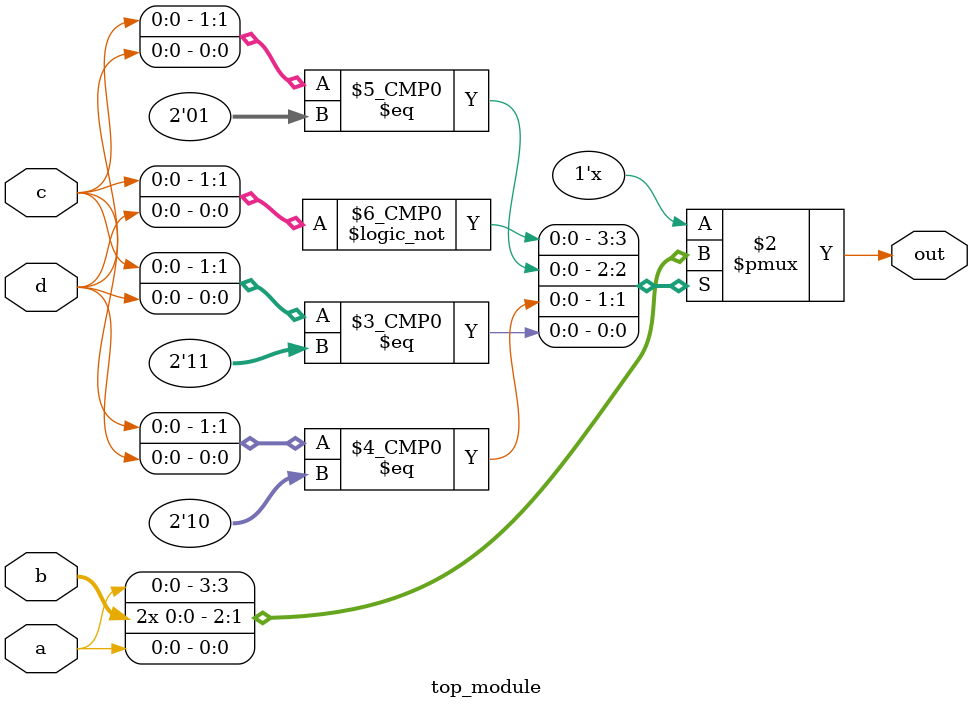
<source format=sv>
module top_module (
	input a, 
	input b,
	input c,
	input d,
	output reg out
);

always @ (a or b or c or d) begin
	case ({c, d})
		2'b00: out = a;
		2'b01: out = b;
		2'b10: out = b;
		2'b11: out = a;
	endcase
end

endmodule

</source>
